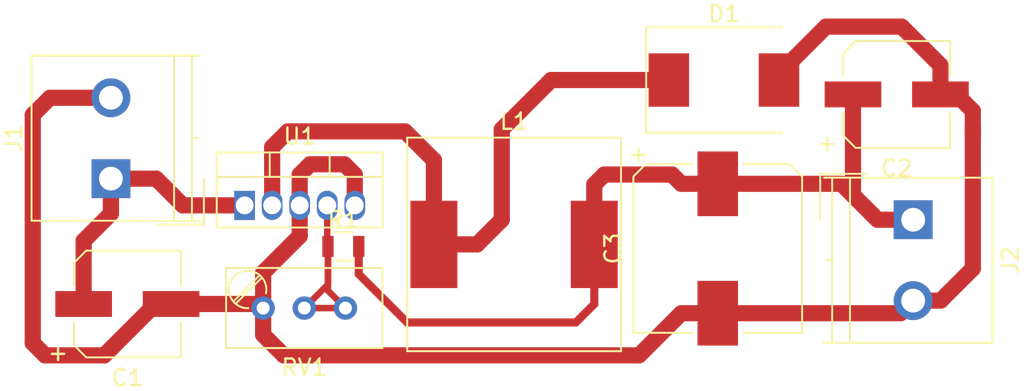
<source format=kicad_pcb>
(kicad_pcb (version 20171130) (host pcbnew "(5.0.0)")

  (general
    (thickness 1.6)
    (drawings 0)
    (tracks 75)
    (zones 0)
    (modules 10)
    (nets 6)
  )

  (page A4)
  (layers
    (0 F.Cu signal)
    (31 B.Cu signal)
    (32 B.Adhes user)
    (33 F.Adhes user)
    (34 B.Paste user)
    (35 F.Paste user)
    (36 B.SilkS user)
    (37 F.SilkS user)
    (38 B.Mask user)
    (39 F.Mask user)
    (40 Dwgs.User user)
    (41 Cmts.User user)
    (42 Eco1.User user)
    (43 Eco2.User user)
    (44 Edge.Cuts user)
    (45 Margin user)
    (46 B.CrtYd user)
    (47 F.CrtYd user)
    (48 B.Fab user)
    (49 F.Fab user hide)
  )

  (setup
    (last_trace_width 0.5)
    (trace_clearance 0.2)
    (zone_clearance 0.508)
    (zone_45_only no)
    (trace_min 0.2)
    (segment_width 0.2)
    (edge_width 0.15)
    (via_size 0.6)
    (via_drill 0.4)
    (via_min_size 0.4)
    (via_min_drill 0.3)
    (uvia_size 0.3)
    (uvia_drill 0.1)
    (uvias_allowed no)
    (uvia_min_size 0.2)
    (uvia_min_drill 0.1)
    (pcb_text_width 0.3)
    (pcb_text_size 1.5 1.5)
    (mod_edge_width 0.15)
    (mod_text_size 1 1)
    (mod_text_width 0.15)
    (pad_size 9.4 10.8)
    (pad_drill 0)
    (pad_to_mask_clearance 0.2)
    (aux_axis_origin 0 0)
    (visible_elements 7FFFFFFF)
    (pcbplotparams
      (layerselection 0x00000_00000001)
      (usegerberextensions false)
      (usegerberattributes false)
      (usegerberadvancedattributes false)
      (creategerberjobfile false)
      (excludeedgelayer true)
      (linewidth 0.100000)
      (plotframeref false)
      (viasonmask false)
      (mode 1)
      (useauxorigin false)
      (hpglpennumber 1)
      (hpglpenspeed 20)
      (hpglpendiameter 15.000000)
      (psnegative false)
      (psa4output false)
      (plotreference true)
      (plotvalue true)
      (plotinvisibletext false)
      (padsonsilk false)
      (subtractmaskfromsilk false)
      (outputformat 5)
      (mirror false)
      (drillshape 0)
      (scaleselection 1)
      (outputdirectory ""))
  )

  (net 0 "")
  (net 1 VCC)
  (net 2 GND)
  (net 3 /VOUT)
  (net 4 "Net-(D1-Pad1)")
  (net 5 "Net-(R1-Pad1)")

  (net_class Default "This is the default net class."
    (clearance 0.2)
    (trace_width 0.5)
    (via_dia 0.6)
    (via_drill 0.4)
    (uvia_dia 0.3)
    (uvia_drill 0.1)
    (add_net /VOUT)
    (add_net GND)
    (add_net "Net-(D1-Pad1)")
    (add_net "Net-(R1-Pad1)")
    (add_net VCC)
  )

  (module Capacitors_SMD:CP_Elec_6.3x5.8 (layer F.Cu) (tedit 58AA8B59) (tstamp 5ACEC0A0)
    (at 90.932 78.359)
    (descr "SMT capacitor, aluminium electrolytic, 6.3x5.8")
    (path /5ACE3442)
    (attr smd)
    (fp_text reference C1 (at 0 4.56) (layer F.SilkS)
      (effects (font (size 1 1) (thickness 0.15)))
    )
    (fp_text value CP (at 0 -4.56) (layer F.Fab)
      (effects (font (size 1 1) (thickness 0.15)))
    )
    (fp_circle (center 0 0) (end 0.5 3) (layer F.Fab) (width 0.1))
    (fp_text user + (at -1.75 -0.08) (layer F.Fab)
      (effects (font (size 1 1) (thickness 0.15)))
    )
    (fp_text user + (at -4.28 3.01) (layer F.SilkS)
      (effects (font (size 1 1) (thickness 0.15)))
    )
    (fp_text user %R (at 0 4.56) (layer F.Fab)
      (effects (font (size 1 1) (thickness 0.15)))
    )
    (fp_line (start 3.15 3.15) (end 3.15 -3.15) (layer F.Fab) (width 0.1))
    (fp_line (start -2.48 3.15) (end 3.15 3.15) (layer F.Fab) (width 0.1))
    (fp_line (start -3.15 2.48) (end -2.48 3.15) (layer F.Fab) (width 0.1))
    (fp_line (start -3.15 -2.48) (end -3.15 2.48) (layer F.Fab) (width 0.1))
    (fp_line (start -2.48 -3.15) (end -3.15 -2.48) (layer F.Fab) (width 0.1))
    (fp_line (start 3.15 -3.15) (end -2.48 -3.15) (layer F.Fab) (width 0.1))
    (fp_line (start 3.3 3.3) (end 3.3 1.12) (layer F.SilkS) (width 0.12))
    (fp_line (start 3.3 -3.3) (end 3.3 -1.12) (layer F.SilkS) (width 0.12))
    (fp_line (start -3.3 2.54) (end -3.3 1.12) (layer F.SilkS) (width 0.12))
    (fp_line (start -3.3 -2.54) (end -3.3 -1.12) (layer F.SilkS) (width 0.12))
    (fp_line (start 3.3 3.3) (end -2.54 3.3) (layer F.SilkS) (width 0.12))
    (fp_line (start -2.54 3.3) (end -3.3 2.54) (layer F.SilkS) (width 0.12))
    (fp_line (start -3.3 -2.54) (end -2.54 -3.3) (layer F.SilkS) (width 0.12))
    (fp_line (start -2.54 -3.3) (end 3.3 -3.3) (layer F.SilkS) (width 0.12))
    (fp_line (start -4.7 -3.4) (end 4.7 -3.4) (layer F.CrtYd) (width 0.05))
    (fp_line (start -4.7 -3.4) (end -4.7 3.4) (layer F.CrtYd) (width 0.05))
    (fp_line (start 4.7 3.4) (end 4.7 -3.4) (layer F.CrtYd) (width 0.05))
    (fp_line (start 4.7 3.4) (end -4.7 3.4) (layer F.CrtYd) (width 0.05))
    (pad 1 smd rect (at -2.7 0 180) (size 3.5 1.6) (layers F.Cu F.Paste F.Mask)
      (net 1 VCC))
    (pad 2 smd rect (at 2.7 0 180) (size 3.5 1.6) (layers F.Cu F.Paste F.Mask)
      (net 2 GND))
    (model Capacitors_SMD.3dshapes/CP_Elec_6.3x5.8.wrl
      (at (xyz 0 0 0))
      (scale (xyz 1 1 1))
      (rotate (xyz 0 0 180))
    )
  )

  (module Capacitors_SMD:CP_Elec_6.3x5.8 (layer F.Cu) (tedit 58AA8B59) (tstamp 5BB689B7)
    (at 138.43 65.405)
    (descr "SMT capacitor, aluminium electrolytic, 6.3x5.8")
    (path /5ACE2C4B)
    (attr smd)
    (fp_text reference C2 (at 0 4.56) (layer F.SilkS)
      (effects (font (size 1 1) (thickness 0.15)))
    )
    (fp_text value CP (at 0 -4.56) (layer F.Fab)
      (effects (font (size 1 1) (thickness 0.15)))
    )
    (fp_circle (center 0 0) (end 0.5 3) (layer F.Fab) (width 0.1))
    (fp_text user + (at -1.75 -0.08) (layer F.Fab)
      (effects (font (size 1 1) (thickness 0.15)))
    )
    (fp_text user + (at -4.28 3.01) (layer F.SilkS)
      (effects (font (size 1 1) (thickness 0.15)))
    )
    (fp_text user %R (at 0 4.56) (layer F.Fab)
      (effects (font (size 1 1) (thickness 0.15)))
    )
    (fp_line (start 3.15 3.15) (end 3.15 -3.15) (layer F.Fab) (width 0.1))
    (fp_line (start -2.48 3.15) (end 3.15 3.15) (layer F.Fab) (width 0.1))
    (fp_line (start -3.15 2.48) (end -2.48 3.15) (layer F.Fab) (width 0.1))
    (fp_line (start -3.15 -2.48) (end -3.15 2.48) (layer F.Fab) (width 0.1))
    (fp_line (start -2.48 -3.15) (end -3.15 -2.48) (layer F.Fab) (width 0.1))
    (fp_line (start 3.15 -3.15) (end -2.48 -3.15) (layer F.Fab) (width 0.1))
    (fp_line (start 3.3 3.3) (end 3.3 1.12) (layer F.SilkS) (width 0.12))
    (fp_line (start 3.3 -3.3) (end 3.3 -1.12) (layer F.SilkS) (width 0.12))
    (fp_line (start -3.3 2.54) (end -3.3 1.12) (layer F.SilkS) (width 0.12))
    (fp_line (start -3.3 -2.54) (end -3.3 -1.12) (layer F.SilkS) (width 0.12))
    (fp_line (start 3.3 3.3) (end -2.54 3.3) (layer F.SilkS) (width 0.12))
    (fp_line (start -2.54 3.3) (end -3.3 2.54) (layer F.SilkS) (width 0.12))
    (fp_line (start -3.3 -2.54) (end -2.54 -3.3) (layer F.SilkS) (width 0.12))
    (fp_line (start -2.54 -3.3) (end 3.3 -3.3) (layer F.SilkS) (width 0.12))
    (fp_line (start -4.7 -3.4) (end 4.7 -3.4) (layer F.CrtYd) (width 0.05))
    (fp_line (start -4.7 -3.4) (end -4.7 3.4) (layer F.CrtYd) (width 0.05))
    (fp_line (start 4.7 3.4) (end 4.7 -3.4) (layer F.CrtYd) (width 0.05))
    (fp_line (start 4.7 3.4) (end -4.7 3.4) (layer F.CrtYd) (width 0.05))
    (pad 1 smd rect (at -2.7 0 180) (size 3.5 1.6) (layers F.Cu F.Paste F.Mask)
      (net 3 /VOUT))
    (pad 2 smd rect (at 2.7 0 180) (size 3.5 1.6) (layers F.Cu F.Paste F.Mask)
      (net 2 GND))
    (model Capacitors_SMD.3dshapes/CP_Elec_6.3x5.8.wrl
      (at (xyz 0 0 0))
      (scale (xyz 1 1 1))
      (rotate (xyz 0 0 180))
    )
  )

  (module Diodes_SMD:D_SMC (layer F.Cu) (tedit 5864295D) (tstamp 5BB6896E)
    (at 127.762 64.516)
    (descr "Diode SMC (DO-214AB)")
    (tags "Diode SMC (DO-214AB)")
    (path /5ACE2BE6)
    (attr smd)
    (fp_text reference D1 (at 0 -4.1) (layer F.SilkS)
      (effects (font (size 1 1) (thickness 0.15)))
    )
    (fp_text value D_Schottky (at 0 4.2) (layer F.Fab)
      (effects (font (size 1 1) (thickness 0.15)))
    )
    (fp_text user %R (at 0 -1.9) (layer F.Fab)
      (effects (font (size 1 1) (thickness 0.15)))
    )
    (fp_line (start -4.8 3.25) (end -4.8 -3.25) (layer F.SilkS) (width 0.12))
    (fp_line (start 3.55 3.1) (end -3.55 3.1) (layer F.Fab) (width 0.1))
    (fp_line (start -3.55 3.1) (end -3.55 -3.1) (layer F.Fab) (width 0.1))
    (fp_line (start 3.55 -3.1) (end 3.55 3.1) (layer F.Fab) (width 0.1))
    (fp_line (start 3.55 -3.1) (end -3.55 -3.1) (layer F.Fab) (width 0.1))
    (fp_line (start -4.9 -3.35) (end 4.9 -3.35) (layer F.CrtYd) (width 0.05))
    (fp_line (start 4.9 -3.35) (end 4.9 3.35) (layer F.CrtYd) (width 0.05))
    (fp_line (start 4.9 3.35) (end -4.9 3.35) (layer F.CrtYd) (width 0.05))
    (fp_line (start -4.9 3.35) (end -4.9 -3.35) (layer F.CrtYd) (width 0.05))
    (fp_line (start -0.64944 0.00102) (end -1.55114 0.00102) (layer F.Fab) (width 0.1))
    (fp_line (start 0.50118 0.00102) (end 1.4994 0.00102) (layer F.Fab) (width 0.1))
    (fp_line (start -0.64944 -0.79908) (end -0.64944 0.80112) (layer F.Fab) (width 0.1))
    (fp_line (start 0.50118 0.75032) (end 0.50118 -0.79908) (layer F.Fab) (width 0.1))
    (fp_line (start -0.64944 0.00102) (end 0.50118 0.75032) (layer F.Fab) (width 0.1))
    (fp_line (start -0.64944 0.00102) (end 0.50118 -0.79908) (layer F.Fab) (width 0.1))
    (fp_line (start -4.8 3.25) (end 3.6 3.25) (layer F.SilkS) (width 0.12))
    (fp_line (start -4.8 -3.25) (end 3.6 -3.25) (layer F.SilkS) (width 0.12))
    (pad 1 smd rect (at -3.4 0 90) (size 3.3 2.5) (layers F.Cu F.Paste F.Mask)
      (net 4 "Net-(D1-Pad1)"))
    (pad 2 smd rect (at 3.4 0 90) (size 3.3 2.5) (layers F.Cu F.Paste F.Mask)
      (net 2 GND))
    (model ${KISYS3DMOD}/Diodes_SMD.3dshapes/D_SMC.wrl
      (at (xyz 0 0 0))
      (scale (xyz 1 1 1))
      (rotate (xyz 0 0 0))
    )
  )

  (module Connectors_Terminal_Blocks:TerminalBlock_Philmore_TB132_02x5mm_Straight (layer F.Cu) (tedit 59661312) (tstamp 5BB684C1)
    (at 89.916 70.612 90)
    (descr "2-way 5.0mm pitch terminal block, http://www.philmore-datak.com/mc/Page%20197.pdf")
    (tags "screw terminal block")
    (path /5ACE3278)
    (fp_text reference J1 (at 2.5 -6 90) (layer F.SilkS)
      (effects (font (size 1 1) (thickness 0.15)))
    )
    (fp_text value Screw_Terminal_01x02 (at 2.5 6.9 90) (layer F.Fab)
      (effects (font (size 1 1) (thickness 0.15)))
    )
    (fp_line (start -3 -5.3) (end -3 5.9) (layer F.CrtYd) (width 0.05))
    (fp_line (start -3 5.9) (end 8 5.9) (layer F.CrtYd) (width 0.05))
    (fp_line (start 8 5.9) (end 8 -5.3) (layer F.CrtYd) (width 0.05))
    (fp_line (start 8 -5.3) (end -3 -5.3) (layer F.CrtYd) (width 0.05))
    (fp_line (start -2.5 3.9) (end 7.5 3.9) (layer F.Fab) (width 0.1))
    (fp_line (start -2.5 5) (end 7.5 5) (layer F.Fab) (width 0.1))
    (fp_line (start -2.5 5.4) (end -2.5 -4.8) (layer F.Fab) (width 0.1))
    (fp_line (start -2.5 -4.8) (end 7.5 -4.8) (layer F.Fab) (width 0.1))
    (fp_line (start 7.5 -4.8) (end 7.5 5.4) (layer F.Fab) (width 0.1))
    (fp_line (start 2.5 5) (end 2.5 5.4) (layer F.Fab) (width 0.1))
    (fp_line (start -2.84 2.9) (end -2.84 5.74) (layer F.Fab) (width 0.1))
    (fp_line (start -2.84 5.74) (end 0 5.74) (layer F.Fab) (width 0.1))
    (fp_line (start -2.6 3.9) (end 7.6 3.9) (layer F.SilkS) (width 0.12))
    (fp_line (start -2.6 5) (end 7.6 5) (layer F.SilkS) (width 0.12))
    (fp_line (start -2.6 5.5) (end -2.6 -4.9) (layer F.SilkS) (width 0.12))
    (fp_line (start -2.6 -4.9) (end 7.6 -4.9) (layer F.SilkS) (width 0.12))
    (fp_line (start 7.6 -4.9) (end 7.6 5.5) (layer F.SilkS) (width 0.12))
    (fp_line (start 2.5 5) (end 2.5 5.4) (layer F.SilkS) (width 0.12))
    (fp_line (start -2.84 2.9) (end -2.84 5.74) (layer F.SilkS) (width 0.12))
    (fp_line (start -2.84 5.74) (end 0 5.74) (layer F.SilkS) (width 0.12))
    (fp_text user %R (at 2.5 0.3 90) (layer F.Fab)
      (effects (font (size 1 1) (thickness 0.15)))
    )
    (pad 1 thru_hole rect (at 0 0 90) (size 2.4 2.4) (drill 1.47) (layers *.Cu *.Mask)
      (net 1 VCC))
    (pad 2 thru_hole circle (at 5 0 90) (size 2.4 2.4) (drill 1.47) (layers *.Cu *.Mask)
      (net 2 GND))
    (model ${KISYS3DMOD}/Connectors_Terminal_Blocks.3dshapes/TerminalBlock_Philmore_TB132_02x5mm_Straight.wrl
      (at (xyz 0 0 0))
      (scale (xyz 1 1 1))
      (rotate (xyz 0 0 0))
    )
  )

  (module Connectors_Terminal_Blocks:TerminalBlock_Philmore_TB132_02x5mm_Straight (layer F.Cu) (tedit 59661312) (tstamp 5BB68923)
    (at 139.446 73.152 270)
    (descr "2-way 5.0mm pitch terminal block, http://www.philmore-datak.com/mc/Page%20197.pdf")
    (tags "screw terminal block")
    (path /5ACE30F6)
    (fp_text reference J2 (at 2.5 -6 270) (layer F.SilkS)
      (effects (font (size 1 1) (thickness 0.15)))
    )
    (fp_text value Screw_Terminal_01x02 (at 2.5 6.9 270) (layer F.Fab)
      (effects (font (size 1 1) (thickness 0.15)))
    )
    (fp_line (start -3 -5.3) (end -3 5.9) (layer F.CrtYd) (width 0.05))
    (fp_line (start -3 5.9) (end 8 5.9) (layer F.CrtYd) (width 0.05))
    (fp_line (start 8 5.9) (end 8 -5.3) (layer F.CrtYd) (width 0.05))
    (fp_line (start 8 -5.3) (end -3 -5.3) (layer F.CrtYd) (width 0.05))
    (fp_line (start -2.5 3.9) (end 7.5 3.9) (layer F.Fab) (width 0.1))
    (fp_line (start -2.5 5) (end 7.5 5) (layer F.Fab) (width 0.1))
    (fp_line (start -2.5 5.4) (end -2.5 -4.8) (layer F.Fab) (width 0.1))
    (fp_line (start -2.5 -4.8) (end 7.5 -4.8) (layer F.Fab) (width 0.1))
    (fp_line (start 7.5 -4.8) (end 7.5 5.4) (layer F.Fab) (width 0.1))
    (fp_line (start 2.5 5) (end 2.5 5.4) (layer F.Fab) (width 0.1))
    (fp_line (start -2.84 2.9) (end -2.84 5.74) (layer F.Fab) (width 0.1))
    (fp_line (start -2.84 5.74) (end 0 5.74) (layer F.Fab) (width 0.1))
    (fp_line (start -2.6 3.9) (end 7.6 3.9) (layer F.SilkS) (width 0.12))
    (fp_line (start -2.6 5) (end 7.6 5) (layer F.SilkS) (width 0.12))
    (fp_line (start -2.6 5.5) (end -2.6 -4.9) (layer F.SilkS) (width 0.12))
    (fp_line (start -2.6 -4.9) (end 7.6 -4.9) (layer F.SilkS) (width 0.12))
    (fp_line (start 7.6 -4.9) (end 7.6 5.5) (layer F.SilkS) (width 0.12))
    (fp_line (start 2.5 5) (end 2.5 5.4) (layer F.SilkS) (width 0.12))
    (fp_line (start -2.84 2.9) (end -2.84 5.74) (layer F.SilkS) (width 0.12))
    (fp_line (start -2.84 5.74) (end 0 5.74) (layer F.SilkS) (width 0.12))
    (fp_text user %R (at 2.5 0.3 270) (layer F.Fab)
      (effects (font (size 1 1) (thickness 0.15)))
    )
    (pad 1 thru_hole rect (at 0 0 270) (size 2.4 2.4) (drill 1.47) (layers *.Cu *.Mask)
      (net 3 /VOUT))
    (pad 2 thru_hole circle (at 5 0 270) (size 2.4 2.4) (drill 1.47) (layers *.Cu *.Mask)
      (net 2 GND))
    (model ${KISYS3DMOD}/Connectors_Terminal_Blocks.3dshapes/TerminalBlock_Philmore_TB132_02x5mm_Straight.wrl
      (at (xyz 0 0 0))
      (scale (xyz 1 1 1))
      (rotate (xyz 0 0 0))
    )
  )

  (module Inductors_SMD:L_Neosid_SM-NE127 (layer F.Cu) (tedit 5990349C) (tstamp 5ACEC13A)
    (at 114.808 74.676)
    (descr "Neosid, Inductor, SM-NE127, Festinduktivitaet, SMD,")
    (tags "Neosid Inductor SM-NE127 Festinduktivitaet SMD")
    (path /5ACE2B78)
    (attr smd)
    (fp_text reference L1 (at 0 -7.6) (layer F.SilkS)
      (effects (font (size 1 1) (thickness 0.15)))
    )
    (fp_text value L_Core_Ferrite (at 0 7.7) (layer F.Fab)
      (effects (font (size 1 1) (thickness 0.15)))
    )
    (fp_text user %R (at 0 0) (layer F.Fab)
      (effects (font (size 1 1) (thickness 0.15)))
    )
    (fp_line (start -6.6 6.6) (end -6.6 -6.6) (layer F.SilkS) (width 0.12))
    (fp_line (start -6.6 -6.6) (end 6.6 -6.6) (layer F.SilkS) (width 0.12))
    (fp_line (start 6.6 -6.6) (end 6.6 6.6) (layer F.SilkS) (width 0.12))
    (fp_line (start 6.6 6.6) (end -6.6 6.6) (layer F.SilkS) (width 0.12))
    (fp_line (start -6.4 -6.4) (end 6.4 -6.4) (layer F.Fab) (width 0.1))
    (fp_line (start 6.4 -6.4) (end 6.4 6.4) (layer F.Fab) (width 0.1))
    (fp_line (start 6.4 6.4) (end -6.4 6.4) (layer F.Fab) (width 0.1))
    (fp_line (start -6.4 6.4) (end -6.4 -6.4) (layer F.Fab) (width 0.1))
    (fp_line (start -6.65 -6.65) (end 6.65 -6.65) (layer F.CrtYd) (width 0.05))
    (fp_line (start -6.65 -6.65) (end -6.65 6.65) (layer F.CrtYd) (width 0.05))
    (fp_line (start 6.65 6.65) (end 6.65 -6.65) (layer F.CrtYd) (width 0.05))
    (fp_line (start 6.65 6.65) (end -6.65 6.65) (layer F.CrtYd) (width 0.05))
    (fp_circle (center 0 0) (end 5 0) (layer F.Fab) (width 0.1))
    (pad 2 smd rect (at 4.95 0) (size 2.9 5.4) (layers F.Cu F.Paste F.Mask)
      (net 3 /VOUT))
    (pad 1 smd rect (at -4.95 0) (size 2.9 5.4) (layers F.Cu F.Paste F.Mask)
      (net 4 "Net-(D1-Pad1)"))
    (model ${KISYS3DMOD}/Inductors_SMD.3dshapes/L_Neosid_SM-NE127.wrl
      (at (xyz 0 0 0))
      (scale (xyz 1 1 1))
      (rotate (xyz 0 0 0))
    )
  )

  (module Resistors_SMD:R_0805 (layer F.Cu) (tedit 58E0A804) (tstamp 5ACEC14B)
    (at 104.267 74.803)
    (descr "Resistor SMD 0805, reflow soldering, Vishay (see dcrcw.pdf)")
    (tags "resistor 0805")
    (path /5ACE2F19)
    (attr smd)
    (fp_text reference R1 (at 0 -1.65) (layer F.SilkS)
      (effects (font (size 1 1) (thickness 0.15)))
    )
    (fp_text value R (at 0 1.75) (layer F.Fab)
      (effects (font (size 1 1) (thickness 0.15)))
    )
    (fp_text user %R (at 0 0) (layer F.Fab)
      (effects (font (size 0.5 0.5) (thickness 0.075)))
    )
    (fp_line (start -1 0.62) (end -1 -0.62) (layer F.Fab) (width 0.1))
    (fp_line (start 1 0.62) (end -1 0.62) (layer F.Fab) (width 0.1))
    (fp_line (start 1 -0.62) (end 1 0.62) (layer F.Fab) (width 0.1))
    (fp_line (start -1 -0.62) (end 1 -0.62) (layer F.Fab) (width 0.1))
    (fp_line (start 0.6 0.88) (end -0.6 0.88) (layer F.SilkS) (width 0.12))
    (fp_line (start -0.6 -0.88) (end 0.6 -0.88) (layer F.SilkS) (width 0.12))
    (fp_line (start -1.55 -0.9) (end 1.55 -0.9) (layer F.CrtYd) (width 0.05))
    (fp_line (start -1.55 -0.9) (end -1.55 0.9) (layer F.CrtYd) (width 0.05))
    (fp_line (start 1.55 0.9) (end 1.55 -0.9) (layer F.CrtYd) (width 0.05))
    (fp_line (start 1.55 0.9) (end -1.55 0.9) (layer F.CrtYd) (width 0.05))
    (pad 1 smd rect (at -0.95 0) (size 0.7 1.3) (layers F.Cu F.Paste F.Mask)
      (net 5 "Net-(R1-Pad1)"))
    (pad 2 smd rect (at 0.95 0) (size 0.7 1.3) (layers F.Cu F.Paste F.Mask)
      (net 3 /VOUT))
    (model ${KISYS3DMOD}/Resistors_SMD.3dshapes/R_0805.wrl
      (at (xyz 0 0 0))
      (scale (xyz 1 1 1))
      (rotate (xyz 0 0 0))
    )
  )

  (module Potentiometers:Potentiometer_Trimmer_Bourns_3296W (layer F.Cu) (tedit 58826ECB) (tstamp 5BB68A90)
    (at 99.314 78.613 180)
    (descr "Spindle Trimmer Potentiometer, Bourns 3296W, https://www.bourns.com/pdfs/3296.pdf")
    (tags "Spindle Trimmer Potentiometer   Bourns 3296W")
    (path /5ACE2D0B)
    (fp_text reference RV1 (at -2.54 -3.66 180) (layer F.SilkS)
      (effects (font (size 1 1) (thickness 0.15)))
    )
    (fp_text value POT (at -2.54 3.67 180) (layer F.Fab)
      (effects (font (size 1 1) (thickness 0.15)))
    )
    (fp_arc (start 0.955 1.15) (end 0.955 2.305) (angle -182) (layer F.SilkS) (width 0.12))
    (fp_arc (start 0.955 1.15) (end -0.174 0.91) (angle -103) (layer F.SilkS) (width 0.12))
    (fp_circle (center 0.955 1.15) (end 2.05 1.15) (layer F.Fab) (width 0.1))
    (fp_line (start -7.305 -2.41) (end -7.305 2.42) (layer F.Fab) (width 0.1))
    (fp_line (start -7.305 2.42) (end 2.225 2.42) (layer F.Fab) (width 0.1))
    (fp_line (start 2.225 2.42) (end 2.225 -2.41) (layer F.Fab) (width 0.1))
    (fp_line (start 2.225 -2.41) (end -7.305 -2.41) (layer F.Fab) (width 0.1))
    (fp_line (start 1.786 0.454) (end 0.259 1.981) (layer F.Fab) (width 0.1))
    (fp_line (start 1.652 0.32) (end 0.125 1.847) (layer F.Fab) (width 0.1))
    (fp_line (start -7.365 -2.47) (end 2.285 -2.47) (layer F.SilkS) (width 0.12))
    (fp_line (start -7.365 2.481) (end 2.285 2.481) (layer F.SilkS) (width 0.12))
    (fp_line (start -7.365 -2.47) (end -7.365 2.481) (layer F.SilkS) (width 0.12))
    (fp_line (start 2.285 -2.47) (end 2.285 2.481) (layer F.SilkS) (width 0.12))
    (fp_line (start 1.831 0.416) (end 0.22 2.026) (layer F.SilkS) (width 0.12))
    (fp_line (start 1.691 0.275) (end 0.079 1.885) (layer F.SilkS) (width 0.12))
    (fp_line (start -7.6 -2.7) (end -7.6 2.7) (layer F.CrtYd) (width 0.05))
    (fp_line (start -7.6 2.7) (end 2.5 2.7) (layer F.CrtYd) (width 0.05))
    (fp_line (start 2.5 2.7) (end 2.5 -2.7) (layer F.CrtYd) (width 0.05))
    (fp_line (start 2.5 -2.7) (end -7.6 -2.7) (layer F.CrtYd) (width 0.05))
    (pad 1 thru_hole circle (at 0 0 180) (size 1.44 1.44) (drill 0.8) (layers *.Cu *.Mask)
      (net 2 GND))
    (pad 2 thru_hole circle (at -2.54 0 180) (size 1.44 1.44) (drill 0.8) (layers *.Cu *.Mask)
      (net 5 "Net-(R1-Pad1)"))
    (pad 3 thru_hole circle (at -5.08 0 180) (size 1.44 1.44) (drill 0.8) (layers *.Cu *.Mask)
      (net 5 "Net-(R1-Pad1)"))
    (model Potentiometers.3dshapes/Potentiometer_Trimmer_Bourns_3296W.wrl
      (at (xyz 0 0 0))
      (scale (xyz 1 1 1))
      (rotate (xyz 0 0 -90))
    )
  )

  (module Capacitors_SMD:CP_Elec_10x10.5 (layer F.Cu) (tedit 58AA917F) (tstamp 5BB688D3)
    (at 127.381 74.93 270)
    (descr "SMT capacitor, aluminium electrolytic, 10x10.5")
    (path /5ACE2C74)
    (attr smd)
    (fp_text reference C3 (at 0 6.46 270) (layer F.SilkS)
      (effects (font (size 1 1) (thickness 0.15)))
    )
    (fp_text value CP (at 0 -6.46 270) (layer F.Fab)
      (effects (font (size 1 1) (thickness 0.15)))
    )
    (fp_circle (center 0 0) (end 0 5) (layer F.Fab) (width 0.1))
    (fp_text user + (at -2.91 -0.08 270) (layer F.Fab)
      (effects (font (size 1 1) (thickness 0.15)))
    )
    (fp_text user + (at -5.78 4.97 270) (layer F.SilkS)
      (effects (font (size 1 1) (thickness 0.15)))
    )
    (fp_text user %R (at 0 6.46 270) (layer F.Fab)
      (effects (font (size 1 1) (thickness 0.15)))
    )
    (fp_line (start -5.21 -4.45) (end -5.21 -1.56) (layer F.SilkS) (width 0.12))
    (fp_line (start -5.21 4.45) (end -5.21 1.56) (layer F.SilkS) (width 0.12))
    (fp_line (start 5.21 5.21) (end 5.21 1.56) (layer F.SilkS) (width 0.12))
    (fp_line (start 5.21 -5.21) (end 5.21 -1.56) (layer F.SilkS) (width 0.12))
    (fp_line (start 5.05 5.05) (end 5.05 -5.05) (layer F.Fab) (width 0.1))
    (fp_line (start -4.38 5.05) (end 5.05 5.05) (layer F.Fab) (width 0.1))
    (fp_line (start -5.05 4.38) (end -4.38 5.05) (layer F.Fab) (width 0.1))
    (fp_line (start -5.05 -4.38) (end -5.05 4.38) (layer F.Fab) (width 0.1))
    (fp_line (start -4.38 -5.05) (end -5.05 -4.38) (layer F.Fab) (width 0.1))
    (fp_line (start 5.05 -5.05) (end -4.38 -5.05) (layer F.Fab) (width 0.1))
    (fp_line (start 5.21 5.21) (end -4.45 5.21) (layer F.SilkS) (width 0.12))
    (fp_line (start -4.45 5.21) (end -5.21 4.45) (layer F.SilkS) (width 0.12))
    (fp_line (start -5.21 -4.45) (end -4.45 -5.21) (layer F.SilkS) (width 0.12))
    (fp_line (start -4.45 -5.21) (end 5.21 -5.21) (layer F.SilkS) (width 0.12))
    (fp_line (start -6.25 -5.31) (end 6.25 -5.31) (layer F.CrtYd) (width 0.05))
    (fp_line (start -6.25 -5.31) (end -6.25 5.3) (layer F.CrtYd) (width 0.05))
    (fp_line (start 6.25 5.3) (end 6.25 -5.31) (layer F.CrtYd) (width 0.05))
    (fp_line (start 6.25 5.3) (end -6.25 5.3) (layer F.CrtYd) (width 0.05))
    (pad 1 smd rect (at -4 0 90) (size 4 2.5) (layers F.Cu F.Paste F.Mask)
      (net 3 /VOUT))
    (pad 2 smd rect (at 4 0 90) (size 4 2.5) (layers F.Cu F.Paste F.Mask)
      (net 2 GND))
    (model Capacitors_SMD.3dshapes/CP_Elec_10x10.5.wrl
      (at (xyz 0 0 0))
      (scale (xyz 1 1 1))
      (rotate (xyz 0 0 180))
    )
  )

  (module Package_TO_SOT_THT:TO-220-5_Vertical (layer F.Cu) (tedit 5AD11EBF) (tstamp 5BB6843C)
    (at 98.171 72.263)
    (descr "TO-220-5, Vertical, RM 1.7mm, Pentawatt, Multiwatt-5, see http://www.analog.com/media/en/package-pcb-resources/package/pkg_pdf/ltc-legacy-to-220/to-220_5_05-08-1421_straight_lead.pdf")
    (tags "TO-220-5 Vertical RM 1.7mm Pentawatt Multiwatt-5")
    (path /5ACE2AA2)
    (fp_text reference U1 (at 3.4 -4.27) (layer F.SilkS)
      (effects (font (size 1 1) (thickness 0.15)))
    )
    (fp_text value LM2576S-ADJ (at 3.4 2.5) (layer F.Fab)
      (effects (font (size 1 1) (thickness 0.15)))
    )
    (fp_line (start -1.6 -3.15) (end -1.6 1.25) (layer F.Fab) (width 0.1))
    (fp_line (start -1.6 1.25) (end 8.4 1.25) (layer F.Fab) (width 0.1))
    (fp_line (start 8.4 1.25) (end 8.4 -3.15) (layer F.Fab) (width 0.1))
    (fp_line (start 8.4 -3.15) (end -1.6 -3.15) (layer F.Fab) (width 0.1))
    (fp_line (start -1.6 -1.88) (end 8.4 -1.88) (layer F.Fab) (width 0.1))
    (fp_line (start 1.55 -3.15) (end 1.55 -1.88) (layer F.Fab) (width 0.1))
    (fp_line (start 5.25 -3.15) (end 5.25 -1.88) (layer F.Fab) (width 0.1))
    (fp_line (start -1.721 -3.27) (end 8.52 -3.27) (layer F.SilkS) (width 0.12))
    (fp_line (start -1.721 1.371) (end 8.52 1.371) (layer F.SilkS) (width 0.12))
    (fp_line (start -1.721 -3.27) (end -1.721 1.371) (layer F.SilkS) (width 0.12))
    (fp_line (start 8.52 -3.27) (end 8.52 1.371) (layer F.SilkS) (width 0.12))
    (fp_line (start -1.721 -1.76) (end 8.52 -1.76) (layer F.SilkS) (width 0.12))
    (fp_line (start 1.55 -3.27) (end 1.55 -1.76) (layer F.SilkS) (width 0.12))
    (fp_line (start 5.25 -3.27) (end 5.25 -1.76) (layer F.SilkS) (width 0.12))
    (fp_line (start -1.85 -3.4) (end -1.85 1.51) (layer F.CrtYd) (width 0.05))
    (fp_line (start -1.85 1.51) (end 8.65 1.51) (layer F.CrtYd) (width 0.05))
    (fp_line (start 8.65 1.51) (end 8.65 -3.4) (layer F.CrtYd) (width 0.05))
    (fp_line (start 8.65 -3.4) (end -1.85 -3.4) (layer F.CrtYd) (width 0.05))
    (fp_text user %R (at 3.4 -4.27) (layer F.Fab)
      (effects (font (size 1 1) (thickness 0.15)))
    )
    (pad 1 thru_hole rect (at 0 0) (size 1.275 1.8) (drill 1.1) (layers *.Cu *.Mask)
      (net 1 VCC))
    (pad 2 thru_hole oval (at 1.7 0) (size 1.275 1.8) (drill 1.1) (layers *.Cu *.Mask)
      (net 4 "Net-(D1-Pad1)"))
    (pad 3 thru_hole oval (at 3.4 0) (size 1.275 1.8) (drill 1.1) (layers *.Cu *.Mask)
      (net 2 GND))
    (pad 4 thru_hole oval (at 5.1 0) (size 1.275 1.8) (drill 1.1) (layers *.Cu *.Mask)
      (net 5 "Net-(R1-Pad1)"))
    (pad 5 thru_hole oval (at 6.8 0) (size 1.275 1.8) (drill 1.1) (layers *.Cu *.Mask)
      (net 2 GND))
    (model ${KISYS3DMOD}/Package_TO_SOT_THT.3dshapes/TO-220-5_Vertical.wrl
      (at (xyz 0 0 0))
      (scale (xyz 1 1 1))
      (rotate (xyz 0 0 0))
    )
  )

  (segment (start 89.916 70.612) (end 92.71 70.612) (width 1) (layer F.Cu) (net 1))
  (segment (start 94.361 72.263) (end 98.171 72.263) (width 1) (layer F.Cu) (net 1))
  (segment (start 92.71 70.612) (end 94.361 72.263) (width 1) (layer F.Cu) (net 1))
  (segment (start 88.232 74.455) (end 88.232 78.359) (width 1) (layer F.Cu) (net 1))
  (segment (start 89.916 70.612) (end 89.916 72.771) (width 1) (layer F.Cu) (net 1))
  (segment (start 89.916 72.771) (end 88.232 74.455) (width 1) (layer F.Cu) (net 1))
  (segment (start 99.314 76.42) (end 99.314 78.613) (width 1) (layer F.Cu) (net 2))
  (segment (start 101.571 72.263) (end 101.571 74.163) (width 1) (layer F.Cu) (net 2))
  (segment (start 101.571 74.163) (end 99.314 76.42) (width 1) (layer F.Cu) (net 2))
  (segment (start 101.571 70.363) (end 101.571 72.263) (width 1) (layer F.Cu) (net 2))
  (segment (start 102.211 69.723) (end 101.571 70.363) (width 1) (layer F.Cu) (net 2))
  (segment (start 104.331 69.723) (end 102.211 69.723) (width 1) (layer F.Cu) (net 2))
  (segment (start 104.971 70.363) (end 104.331 69.723) (width 1) (layer F.Cu) (net 2))
  (segment (start 104.971 72.263) (end 104.971 70.363) (width 1) (layer F.Cu) (net 2))
  (segment (start 99.06 78.359) (end 99.314 78.613) (width 1) (layer F.Cu) (net 2))
  (segment (start 93.632 78.359) (end 99.06 78.359) (width 1) (layer F.Cu) (net 2))
  (segment (start 99.314 78.613) (end 99.314 80.264) (width 1) (layer F.Cu) (net 2))
  (segment (start 99.314 80.264) (end 100.584 81.534) (width 1) (layer F.Cu) (net 2))
  (segment (start 125.131 78.93) (end 127.381 78.93) (width 1) (layer F.Cu) (net 2))
  (segment (start 122.527 81.534) (end 125.131 78.93) (width 1) (layer F.Cu) (net 2))
  (segment (start 100.584 81.534) (end 122.527 81.534) (width 1) (layer F.Cu) (net 2))
  (segment (start 138.668 78.93) (end 139.446 78.152) (width 1) (layer F.Cu) (net 2))
  (segment (start 127.381 78.93) (end 138.668 78.93) (width 1) (layer F.Cu) (net 2))
  (segment (start 141.143056 78.152) (end 143.129 76.166056) (width 1) (layer F.Cu) (net 2))
  (segment (start 139.446 78.152) (end 141.143056 78.152) (width 1) (layer F.Cu) (net 2))
  (segment (start 141.13 65.405) (end 142.113 65.405) (width 1) (layer F.Cu) (net 2))
  (segment (start 143.129 66.421) (end 143.129 67.945) (width 1) (layer F.Cu) (net 2))
  (segment (start 142.113 65.405) (end 143.129 66.421) (width 1) (layer F.Cu) (net 2))
  (segment (start 143.129 76.166056) (end 143.129 67.945) (width 1) (layer F.Cu) (net 2))
  (segment (start 143.129 67.945) (end 143.129 67.437) (width 1) (layer F.Cu) (net 2))
  (segment (start 141.13 63.605) (end 141.13 65.405) (width 1) (layer F.Cu) (net 2))
  (segment (start 138.739 61.214) (end 141.13 63.605) (width 1) (layer F.Cu) (net 2))
  (segment (start 134.064 61.214) (end 138.739 61.214) (width 1) (layer F.Cu) (net 2))
  (segment (start 131.162 64.116) (end 134.064 61.214) (width 1) (layer F.Cu) (net 2))
  (segment (start 131.162 64.516) (end 131.162 64.116) (width 1) (layer F.Cu) (net 2))
  (segment (start 86.153 65.612) (end 85.09 66.675) (width 1) (layer F.Cu) (net 2))
  (segment (start 92.682 78.359) (end 93.632 78.359) (width 1) (layer F.Cu) (net 2))
  (segment (start 89.916 65.612) (end 86.153 65.612) (width 1) (layer F.Cu) (net 2))
  (segment (start 85.09 66.675) (end 85.09 80.772) (width 1) (layer F.Cu) (net 2))
  (segment (start 85.09 80.772) (end 85.852 81.534) (width 1) (layer F.Cu) (net 2))
  (segment (start 85.852 81.534) (end 89.507 81.534) (width 1) (layer F.Cu) (net 2))
  (segment (start 89.507 81.534) (end 92.682 78.359) (width 1) (layer F.Cu) (net 2))
  (segment (start 119.758 70.976) (end 120.376 70.358) (width 1) (layer F.Cu) (net 3))
  (segment (start 119.758 74.676) (end 119.758 70.976) (width 1) (layer F.Cu) (net 3))
  (segment (start 137.246 73.152) (end 139.446 73.152) (width 1) (layer F.Cu) (net 3))
  (segment (start 135.73 65.405) (end 135.73 71.636) (width 1) (layer F.Cu) (net 3))
  (segment (start 135.024 70.93) (end 136.992 72.898) (width 1) (layer F.Cu) (net 3))
  (segment (start 127.381 70.93) (end 135.024 70.93) (width 1) (layer F.Cu) (net 3))
  (segment (start 135.73 71.636) (end 136.992 72.898) (width 1) (layer F.Cu) (net 3))
  (segment (start 136.992 72.898) (end 137.246 73.152) (width 1) (layer F.Cu) (net 3))
  (segment (start 124.559 70.358) (end 120.376 70.358) (width 1) (layer F.Cu) (net 3))
  (segment (start 125.131 70.93) (end 124.559 70.358) (width 1) (layer F.Cu) (net 3))
  (segment (start 127.381 70.93) (end 125.131 70.93) (width 1) (layer F.Cu) (net 3))
  (segment (start 105.217 74.803) (end 105.217 76.515) (width 0.5) (layer F.Cu) (net 3))
  (segment (start 105.217 76.515) (end 108.204 79.502) (width 0.5) (layer F.Cu) (net 3))
  (segment (start 108.204 79.502) (end 118.618 79.502) (width 0.5) (layer F.Cu) (net 3))
  (segment (start 119.758 78.362) (end 119.758 74.676) (width 0.5) (layer F.Cu) (net 3))
  (segment (start 118.618 79.502) (end 119.758 78.362) (width 0.5) (layer F.Cu) (net 3))
  (segment (start 124.362 64.516) (end 117.094 64.516) (width 1) (layer F.Cu) (net 4))
  (segment (start 117.094 64.516) (end 114.046 67.564) (width 1) (layer F.Cu) (net 4))
  (segment (start 114.046 67.564) (end 114.046 73.152) (width 1) (layer F.Cu) (net 4))
  (segment (start 112.522 74.676) (end 109.858 74.676) (width 1) (layer F.Cu) (net 4))
  (segment (start 114.046 73.152) (end 112.522 74.676) (width 1) (layer F.Cu) (net 4))
  (segment (start 109.858 69.472) (end 109.858 74.676) (width 1) (layer F.Cu) (net 4))
  (segment (start 108.077 67.691) (end 109.858 69.472) (width 1) (layer F.Cu) (net 4))
  (segment (start 100.838 67.691) (end 108.077 67.691) (width 1) (layer F.Cu) (net 4))
  (segment (start 99.871 72.263) (end 99.871 68.658) (width 1) (layer F.Cu) (net 4))
  (segment (start 99.871 68.658) (end 100.838 67.691) (width 1) (layer F.Cu) (net 4))
  (segment (start 101.854 78.613) (end 104.394 78.613) (width 0.4) (layer F.Cu) (net 5))
  (segment (start 103.271 74.757) (end 103.317 74.803) (width 0.4) (layer F.Cu) (net 5))
  (segment (start 103.271 72.263) (end 103.271 74.757) (width 0.4) (layer F.Cu) (net 5))
  (segment (start 103.317 77.536) (end 104.394 78.613) (width 0.4) (layer F.Cu) (net 5))
  (segment (start 103.317 74.803) (end 103.317 77.536) (width 0.4) (layer F.Cu) (net 5))
  (segment (start 103.317 77.15) (end 101.854 78.613) (width 0.4) (layer F.Cu) (net 5))
  (segment (start 103.317 74.803) (end 103.317 77.15) (width 0.4) (layer F.Cu) (net 5))

)

</source>
